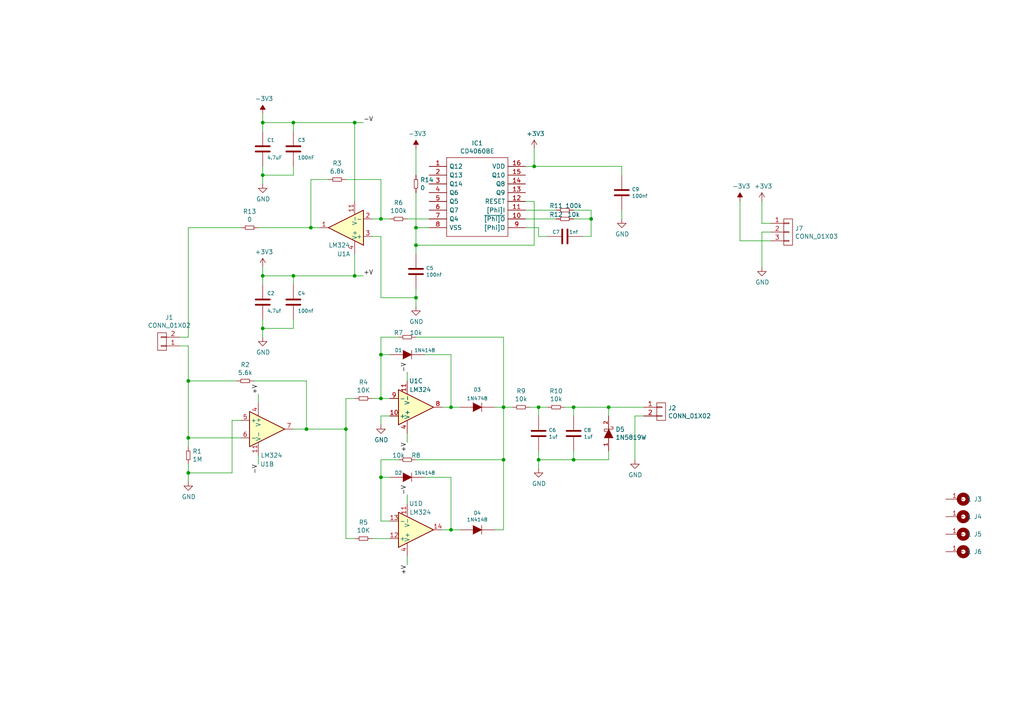
<source format=kicad_sch>
(kicad_sch (version 20211123) (generator eeschema)
  (paper "A4")
  (lib_symbols
    (symbol "EESTN5:C" (pin_numbers hide) (pin_names (offset 0.254))
      (property "Reference" "C" (at 0 2.54 0))
      (property "Value" "C" (at 0.1524 -2.159 0))
      (symbol "C_0_1"
        (polyline (pts (xy -2.032 -0.762) (xy 2.032 -0.762)) (stroke (width 0.508)))
        (polyline (pts (xy -2.032 0.762) (xy 2.032 0.762)) (stroke (width 0.508)))
      )
      (symbol "C_1_1"
        (pin passive line (at 0 5.08 270) (length 4.318) (name "~") (number "1"))
        (pin passive line (at 0 -5.08 90) (length 4.318) (name "~") (number "2"))
      )
    )
    (symbol "EESTN5:CONN_01X03" (pin_names (offset 1.016) hide)
      (property "Reference" "J" (at 0 5.08 0))
      (property "Value" "CONN_01X03" (at 2.54 0 90))
      (symbol "CONN_01X03_0_1"
        (rectangle (start -1.27 -2.413) (end 0.254 -2.667))
        (rectangle (start -1.27 0.127) (end 0.254 -0.127))
        (rectangle (start -1.27 2.667) (end 0.254 2.413))
        (rectangle (start -1.27 3.81) (end 1.27 -3.81))
      )
      (symbol "CONN_01X03_1_1"
        (pin passive line (at -5.08 2.54 0) (length 3.81) (name "P1") (number "1"))
        (pin passive line (at -5.08 0 0) (length 3.81) (name "P2") (number "2"))
        (pin passive line (at -5.08 -2.54 0) (length 3.81) (name "P3") (number "3"))
      )
    )
    (symbol "EESTN5:Cable_PAD" (pin_names (offset 1.016))
      (property "Reference" "J" (at 0 5.08 0))
      (symbol "Cable_PAD_0_1"
        (circle (center 0 0) (radius 1.27) (stroke (width 1.27)))
      )
      (symbol "Cable_PAD_1_1"
        (pin input line (at -5.08 0 0) (length 5.08) (name "1") (number "1"))
      )
    )
    (symbol "EESTN5:DIODE" (pin_numbers hide) (pin_names (offset 1.016) hide)
      (property "Reference" "D" (at 0 2.54 0))
      (property "Value" "DIODE" (at 0 -2.54 0))
      (symbol "DIODE_0_1"
        (polyline (pts (xy 1.27 1.27) (xy 1.27 -1.27)) (stroke (width 0.1524)))
        (polyline (pts (xy -1.27 1.27) (xy 1.27 0) (xy -1.27 -1.27)) (fill (type outline)))
      )
      (symbol "DIODE_1_1"
        (pin passive line (at -5.08 0 0) (length 3.81) (name "A") (number "1"))
        (pin passive line (at 5.08 0 180) (length 3.81) (name "K") (number "2"))
      )
    )
    (symbol "EESTN5:R" (pin_numbers hide) (pin_names (offset 0))
      (property "Reference" "R" (at -1.27 0 90))
      (property "Value" "R" (at 1.27 0 90))
      (symbol "R_0_1"
        (rectangle (start 0.508 1.27) (end -0.508 -1.27))
      )
      (symbol "R_1_1"
        (pin passive line (at 0 2.54 270) (length 1.27) (name "~") (number "1"))
        (pin passive line (at 0 -2.54 90) (length 1.27) (name "~") (number "2"))
      )
    )
    (symbol "MacroLib:CD4060BE" (pin_names (offset 0.762))
      (property "Reference" "IC" (at 24.13 7.62 0))
      (property "Value" "CD4060BE" (at 24.13 5.08 0))
      (symbol "CD4060BE_0_0"
        (pin passive line (at 0 0 0) (length 5.08) (name "Q12") (number "1"))
        (pin passive line (at 27.94 -15.24 180) (length 5.08) (name "~{[Phi]O}") (number "10"))
        (pin passive line (at 27.94 -12.7 180) (length 5.08) (name "[Phi]I") (number "11"))
        (pin passive line (at 27.94 -10.16 180) (length 5.08) (name "RESET") (number "12"))
        (pin passive line (at 27.94 -7.62 180) (length 5.08) (name "Q9") (number "13"))
        (pin passive line (at 27.94 -5.08 180) (length 5.08) (name "Q8") (number "14"))
        (pin passive line (at 27.94 -2.54 180) (length 5.08) (name "Q10") (number "15"))
        (pin passive line (at 27.94 0 180) (length 5.08) (name "VDD") (number "16"))
        (pin passive line (at 0 -2.54 0) (length 5.08) (name "Q13") (number "2"))
        (pin passive line (at 0 -5.08 0) (length 5.08) (name "Q14") (number "3"))
        (pin passive line (at 0 -7.62 0) (length 5.08) (name "Q6") (number "4"))
        (pin passive line (at 0 -10.16 0) (length 5.08) (name "Q5") (number "5"))
        (pin passive line (at 0 -12.7 0) (length 5.08) (name "Q7") (number "6"))
        (pin passive line (at 0 -15.24 0) (length 5.08) (name "Q4") (number "7"))
        (pin passive line (at 0 -17.78 0) (length 5.08) (name "VSS") (number "8"))
        (pin passive line (at 27.94 -17.78 180) (length 5.08) (name "[Phi]O") (number "9"))
      )
      (symbol "CD4060BE_0_1"
        (polyline (pts (xy 5.08 2.54) (xy 22.86 2.54) (xy 22.86 -20.32) (xy 5.08 -20.32) (xy 5.08 2.54)) (stroke (width 0.1524)))
      )
    )
    (symbol "MacroLib:CONN_01X02" (pin_names (offset 1.016) hide)
      (property "Reference" "J" (at -1.27 5.715 0))
      (property "Value" "CONN_01X02" (at -0.635 3.81 0))
      (symbol "CONN_01X02_1_1"
        (rectangle (start -1.27 -1.143) (end 0.254 -1.397))
        (rectangle (start -1.27 1.397) (end 0.254 1.143))
        (rectangle (start -1.27 2.54) (end 1.27 -2.54))
        (pin passive line (at -5.08 1.27 0) (length 3.81) (name "P1") (number "1"))
        (pin passive line (at -5.08 -1.27 0) (length 3.81) (name "P2") (number "2"))
      )
    )
    (symbol "MacroLib:LM324" (pin_names (offset 0.3048))
      (property "Reference" "U" (at 0 7.62 0))
      (property "Value" "LM324" (at 2.54 5.08 0))
      (symbol "LM324_1_1"
        (polyline (pts (xy -5.08 5.08) (xy 5.08 0) (xy -5.08 -5.08) (xy -5.08 5.08)) (stroke (width 0.254)) (fill (type background)))
        (pin output line (at 7.62 0 180) (length 2.54) (name "~") (number "1"))
        (pin passive line (at -2.54 -7.62 90) (length 3.81) (name "V-") (number "11"))
        (pin input line (at -7.62 -2.54 0) (length 2.54) (name "-") (number "2"))
        (pin input line (at -7.62 2.54 0) (length 2.54) (name "+") (number "3"))
        (pin passive line (at -2.54 7.62 270) (length 3.81) (name "V+") (number "4"))
      )
      (symbol "LM324_2_1"
        (polyline (pts (xy -5.08 5.08) (xy 5.08 0) (xy -5.08 -5.08) (xy -5.08 5.08)) (stroke (width 0.254)) (fill (type background)))
        (pin passive line (at -2.54 -7.62 90) (length 3.81) (name "V-") (number "11"))
        (pin passive line (at -2.54 7.62 270) (length 3.81) (name "V+") (number "4"))
        (pin input line (at -7.62 2.54 0) (length 2.54) (name "+") (number "5"))
        (pin input line (at -7.62 -2.54 0) (length 2.54) (name "-") (number "6"))
        (pin output line (at 7.62 0 180) (length 2.54) (name "~") (number "7"))
      )
      (symbol "LM324_3_1"
        (polyline (pts (xy -5.08 5.08) (xy 5.08 0) (xy -5.08 -5.08) (xy -5.08 5.08)) (stroke (width 0.254)) (fill (type background)))
        (pin input line (at -7.62 2.54 0) (length 2.54) (name "+") (number "10"))
        (pin passive line (at -2.54 -7.62 90) (length 3.81) (name "V-") (number "11"))
        (pin passive line (at -2.54 7.62 270) (length 3.81) (name "V+") (number "4"))
        (pin output line (at 7.62 0 180) (length 2.54) (name "~") (number "8"))
        (pin input line (at -7.62 -2.54 0) (length 2.54) (name "-") (number "9"))
      )
      (symbol "LM324_4_1"
        (polyline (pts (xy -5.08 5.08) (xy 5.08 0) (xy -5.08 -5.08) (xy -5.08 5.08)) (stroke (width 0.254)) (fill (type background)))
        (pin passive line (at -2.54 -7.62 90) (length 3.81) (name "V-") (number "11"))
        (pin input line (at -7.62 2.54 0) (length 2.54) (name "+") (number "12"))
        (pin input line (at -7.62 -2.54 0) (length 2.54) (name "-") (number "13"))
        (pin output line (at 7.62 0 180) (length 2.54) (name "~") (number "14"))
        (pin passive line (at -2.54 7.62 270) (length 3.81) (name "V+") (number "4"))
      )
    )
    (symbol "MacroLib:Schottky" (pin_names (offset 1.016) hide)
      (property "Reference" "D" (at 0 3.81 0))
      (property "Value" "Schottky" (at 0 2.54 0))
      (symbol "Schottky_0_1"
        (polyline (pts (xy -1.27 1.27) (xy -1.27 -1.27)))
        (polyline (pts (xy 0.635 0.635) (xy 0.635 1.27)))
        (polyline (pts (xy 1.27 1.27) (xy 0.635 1.27)))
        (polyline (pts (xy 1.27 -1.27) (xy 1.905 -1.27) (xy 1.905 -0.635)))
      )
      (symbol "Schottky_1_1"
        (polyline (pts (xy 1.27 1.27) (xy 1.27 -1.27)) (stroke (width 0.1524)))
        (polyline (pts (xy -1.27 1.27) (xy 1.27 0) (xy -1.27 -1.27)) (fill (type outline)))
        (pin passive line (at -5.08 0 0) (length 3.81) (name "A") (number "1"))
        (pin passive line (at 5.08 0 180) (length 3.81) (name "K") (number "2"))
      )
    )
    (symbol "power:+3.3V" (power) (pin_names (offset 0))
      (property "Value" "power_+3.3V" (at 0 3.556 0))
      (symbol "+3.3V_0_1"
        (polyline (pts (xy -0.762 1.27) (xy 0 2.54)))
        (polyline (pts (xy 0 0) (xy 0 2.54)))
        (polyline (pts (xy 0 2.54) (xy 0.762 1.27)))
      )
      (symbol "+3.3V_1_1"
        (pin power_in line (at 0 0 90) (length 0) hide (name "+3V3") (number "1"))
      )
    )
    (symbol "power:-3V3" (power) (pin_names (offset 0))
      (property "Value" "power_-3V3" (at 0 3.81 0))
      (symbol "-3V3_0_0"
        (pin power_in line (at 0 0 90) (length 0) hide (name "-3V3") (number "1"))
      )
      (symbol "-3V3_0_1"
        (polyline (pts (xy 0 0) (xy 0 1.27) (xy 0.762 1.27) (xy 0 2.54) (xy -0.762 1.27) (xy 0 1.27)) (fill (type outline)))
      )
    )
    (symbol "power:GND" (power) (pin_names (offset 0))
      (property "Value" "power_GND" (at 0 -3.81 0))
      (symbol "GND_0_1"
        (polyline (pts (xy 0 0) (xy 0 -1.27) (xy 1.27 -1.27) (xy 0 -2.54) (xy -1.27 -1.27) (xy 0 -1.27)))
      )
      (symbol "GND_1_1"
        (pin power_in line (at 0 0 270) (length 0) hide (name "GND") (number "1"))
      )
    )
  )
  (junction (at 90.17 66.04))
  (junction (at 130.81 118.11))
  (junction (at 110.49 63.5))
  (junction (at 110.49 138.43))
  (junction (at 102.87 80.01))
  (junction (at 156.21 118.11))
  (junction (at 120.65 86.36))
  (junction (at 88.9 124.46))
  (junction (at 166.37 133.35))
  (junction (at 54.61 110.49))
  (junction (at 76.2 50.8))
  (junction (at 154.94 48.26))
  (junction (at 100.33 124.46))
  (junction (at 130.81 153.67))
  (junction (at 54.61 127))
  (junction (at 120.65 66.04))
  (junction (at 176.53 118.11))
  (junction (at 76.2 80.01))
  (junction (at 85.09 35.56))
  (junction (at 146.05 133.35))
  (junction (at 110.49 102.87))
  (junction (at 166.37 118.11))
  (junction (at 171.45 63.5))
  (junction (at 76.2 35.56))
  (junction (at 156.21 133.35))
  (junction (at 76.2 95.25))
  (junction (at 54.61 137.16))
  (junction (at 110.49 115.57))
  (junction (at 120.65 71.12))
  (junction (at 146.05 118.11))
  (junction (at 85.09 80.01))
  (junction (at 102.87 35.56))
  (wire (pts (xy 130.81 102.87) (xy 130.81 118.11)))
  (wire (pts (xy 54.61 97.79) (xy 54.61 66.04)))
  (wire (pts (xy 90.17 52.07) (xy 90.17 66.04)))
  (wire (pts (xy 123.19 138.43) (xy 130.81 138.43)))
  (wire (pts (xy 100.33 156.21) (xy 102.87 156.21)))
  (wire (pts (xy 166.37 118.11) (xy 176.53 118.11)))
  (wire (pts (xy 154.94 48.26) (xy 152.4 48.26)))
  (wire (pts (xy 54.61 127) (xy 69.85 127)))
  (wire (pts (xy 152.4 66.04) (xy 156.21 66.04)))
  (wire (pts (xy 156.21 135.89) (xy 156.21 133.35)))
  (wire (pts (xy 180.34 63.5) (xy 180.34 60.96)))
  (wire (pts (xy 113.03 102.87) (xy 110.49 102.87)))
  (wire (pts (xy 156.21 130.81) (xy 156.21 133.35)))
  (wire (pts (xy 85.09 35.56) (xy 102.87 35.56)))
  (wire (pts (xy 171.45 63.5) (xy 166.37 63.5)))
  (wire (pts (xy 90.17 66.04) (xy 92.71 66.04)))
  (wire (pts (xy 110.49 86.36) (xy 120.65 86.36)))
  (wire (pts (xy 161.29 63.5) (xy 152.4 63.5)))
  (wire (pts (xy 120.65 133.35) (xy 146.05 133.35)))
  (wire (pts (xy 220.98 64.77) (xy 223.52 64.77)))
  (wire (pts (xy 85.09 48.26) (xy 85.09 50.8)))
  (wire (pts (xy 154.94 71.12) (xy 154.94 58.42)))
  (wire (pts (xy 120.65 97.79) (xy 146.05 97.79)))
  (wire (pts (xy 146.05 118.11) (xy 143.51 118.11)))
  (wire (pts (xy 88.9 124.46) (xy 100.33 124.46)))
  (wire (pts (xy 85.09 50.8) (xy 76.2 50.8)))
  (wire (pts (xy 220.98 77.47) (xy 220.98 67.31)))
  (wire (pts (xy 118.11 128.27) (xy 118.11 125.73)))
  (wire (pts (xy 110.49 97.79) (xy 115.57 97.79)))
  (wire (pts (xy 220.98 58.42) (xy 220.98 64.77)))
  (wire (pts (xy 74.93 66.04) (xy 90.17 66.04)))
  (wire (pts (xy 110.49 133.35) (xy 115.57 133.35)))
  (wire (pts (xy 110.49 151.13) (xy 110.49 138.43)))
  (wire (pts (xy 156.21 66.04) (xy 156.21 68.58)))
  (wire (pts (xy 171.45 60.96) (xy 171.45 63.5)))
  (wire (pts (xy 110.49 52.07) (xy 110.49 63.5)))
  (wire (pts (xy 156.21 120.65) (xy 156.21 118.11)))
  (wire (pts (xy 54.61 137.16) (xy 54.61 134.62)))
  (wire (pts (xy 156.21 133.35) (xy 166.37 133.35)))
  (wire (pts (xy 54.61 110.49) (xy 54.61 127)))
  (wire (pts (xy 130.81 138.43) (xy 130.81 153.67)))
  (wire (pts (xy 154.94 43.18) (xy 154.94 48.26)))
  (wire (pts (xy 120.65 86.36) (xy 120.65 88.9)))
  (wire (pts (xy 68.58 110.49) (xy 54.61 110.49)))
  (wire (pts (xy 156.21 118.11) (xy 153.67 118.11)))
  (wire (pts (xy 54.61 129.54) (xy 54.61 127)))
  (wire (pts (xy 176.53 118.11) (xy 176.53 120.65)))
  (wire (pts (xy 154.94 58.42) (xy 152.4 58.42)))
  (wire (pts (xy 76.2 50.8) (xy 76.2 48.26)))
  (wire (pts (xy 102.87 80.01) (xy 102.87 73.66)))
  (wire (pts (xy 120.65 55.88) (xy 120.65 66.04)))
  (wire (pts (xy 156.21 118.11) (xy 158.75 118.11)))
  (wire (pts (xy 76.2 77.47) (xy 76.2 80.01)))
  (wire (pts (xy 100.33 52.07) (xy 110.49 52.07)))
  (wire (pts (xy 110.49 63.5) (xy 113.03 63.5)))
  (wire (pts (xy 76.2 97.79) (xy 76.2 95.25)))
  (wire (pts (xy 168.91 68.58) (xy 171.45 68.58)))
  (wire (pts (xy 113.03 151.13) (xy 110.49 151.13)))
  (wire (pts (xy 107.95 63.5) (xy 110.49 63.5)))
  (wire (pts (xy 107.95 68.58) (xy 110.49 68.58)))
  (wire (pts (xy 85.09 80.01) (xy 85.09 82.55)))
  (wire (pts (xy 214.63 69.85) (xy 223.52 69.85)))
  (wire (pts (xy 120.65 83.82) (xy 120.65 86.36)))
  (wire (pts (xy 76.2 38.1) (xy 76.2 35.56)))
  (wire (pts (xy 76.2 80.01) (xy 85.09 80.01)))
  (wire (pts (xy 76.2 35.56) (xy 85.09 35.56)))
  (wire (pts (xy 118.11 163.83) (xy 118.11 161.29)))
  (wire (pts (xy 74.93 114.3) (xy 74.93 116.84)))
  (wire (pts (xy 118.11 143.51) (xy 118.11 146.05)))
  (wire (pts (xy 186.69 120.65) (xy 184.15 120.65)))
  (wire (pts (xy 100.33 124.46) (xy 100.33 115.57)))
  (wire (pts (xy 133.35 153.67) (xy 130.81 153.67)))
  (wire (pts (xy 105.41 80.01) (xy 102.87 80.01)))
  (wire (pts (xy 152.4 60.96) (xy 161.29 60.96)))
  (wire (pts (xy 146.05 118.11) (xy 146.05 133.35)))
  (wire (pts (xy 120.65 73.66) (xy 120.65 71.12)))
  (wire (pts (xy 74.93 134.62) (xy 74.93 132.08)))
  (wire (pts (xy 69.85 66.04) (xy 54.61 66.04)))
  (wire (pts (xy 180.34 48.26) (xy 180.34 50.8)))
  (wire (pts (xy 110.49 120.65) (xy 113.03 120.65)))
  (wire (pts (xy 107.95 115.57) (xy 110.49 115.57)))
  (wire (pts (xy 52.07 97.79) (xy 54.61 97.79)))
  (wire (pts (xy 67.31 137.16) (xy 67.31 121.92)))
  (wire (pts (xy 166.37 118.11) (xy 166.37 120.65)))
  (wire (pts (xy 110.49 68.58) (xy 110.49 86.36)))
  (wire (pts (xy 146.05 153.67) (xy 143.51 153.67)))
  (wire (pts (xy 67.31 121.92) (xy 69.85 121.92)))
  (wire (pts (xy 88.9 110.49) (xy 88.9 124.46)))
  (wire (pts (xy 176.53 118.11) (xy 186.69 118.11)))
  (wire (pts (xy 184.15 120.65) (xy 184.15 133.35)))
  (wire (pts (xy 110.49 138.43) (xy 110.49 133.35)))
  (wire (pts (xy 76.2 53.34) (xy 76.2 50.8)))
  (wire (pts (xy 120.65 50.8) (xy 120.65 43.18)))
  (wire (pts (xy 110.49 115.57) (xy 113.03 115.57)))
  (wire (pts (xy 133.35 118.11) (xy 130.81 118.11)))
  (wire (pts (xy 105.41 35.56) (xy 102.87 35.56)))
  (wire (pts (xy 148.59 118.11) (xy 146.05 118.11)))
  (wire (pts (xy 73.66 110.49) (xy 88.9 110.49)))
  (wire (pts (xy 88.9 124.46) (xy 85.09 124.46)))
  (wire (pts (xy 100.33 115.57) (xy 102.87 115.57)))
  (wire (pts (xy 166.37 130.81) (xy 166.37 133.35)))
  (wire (pts (xy 110.49 123.19) (xy 110.49 120.65)))
  (wire (pts (xy 156.21 68.58) (xy 158.75 68.58)))
  (wire (pts (xy 54.61 139.7) (xy 54.61 137.16)))
  (wire (pts (xy 102.87 35.56) (xy 102.87 58.42)))
  (wire (pts (xy 76.2 33.02) (xy 76.2 35.56)))
  (wire (pts (xy 166.37 133.35) (xy 176.53 133.35)))
  (wire (pts (xy 118.11 63.5) (xy 124.46 63.5)))
  (wire (pts (xy 146.05 133.35) (xy 146.05 153.67)))
  (wire (pts (xy 85.09 95.25) (xy 76.2 95.25)))
  (wire (pts (xy 85.09 80.01) (xy 102.87 80.01)))
  (wire (pts (xy 54.61 137.16) (xy 67.31 137.16)))
  (wire (pts (xy 146.05 97.79) (xy 146.05 118.11)))
  (wire (pts (xy 110.49 115.57) (xy 110.49 102.87)))
  (wire (pts (xy 76.2 82.55) (xy 76.2 80.01)))
  (wire (pts (xy 166.37 60.96) (xy 171.45 60.96)))
  (wire (pts (xy 130.81 118.11) (xy 128.27 118.11)))
  (wire (pts (xy 120.65 71.12) (xy 120.65 66.04)))
  (wire (pts (xy 120.65 71.12) (xy 154.94 71.12)))
  (wire (pts (xy 163.83 118.11) (xy 166.37 118.11)))
  (wire (pts (xy 214.63 58.42) (xy 214.63 69.85)))
  (wire (pts (xy 54.61 100.33) (xy 54.61 110.49)))
  (wire (pts (xy 95.25 52.07) (xy 90.17 52.07)))
  (wire (pts (xy 110.49 102.87) (xy 110.49 97.79)))
  (wire (pts (xy 76.2 95.25) (xy 76.2 92.71)))
  (wire (pts (xy 100.33 124.46) (xy 100.33 156.21)))
  (wire (pts (xy 107.95 156.21) (xy 113.03 156.21)))
  (wire (pts (xy 123.19 102.87) (xy 130.81 102.87)))
  (wire (pts (xy 118.11 107.95) (xy 118.11 110.49)))
  (wire (pts (xy 220.98 67.31) (xy 223.52 67.31)))
  (wire (pts (xy 176.53 133.35) (xy 176.53 130.81)))
  (wire (pts (xy 85.09 35.56) (xy 85.09 38.1)))
  (wire (pts (xy 85.09 92.71) (xy 85.09 95.25)))
  (wire (pts (xy 120.65 66.04) (xy 124.46 66.04)))
  (wire (pts (xy 128.27 153.67) (xy 130.81 153.67)))
  (wire (pts (xy 113.03 138.43) (xy 110.49 138.43)))
  (wire (pts (xy 171.45 68.58) (xy 171.45 63.5)))
  (wire (pts (xy 52.07 100.33) (xy 54.61 100.33)))
  (wire (pts (xy 154.94 48.26) (xy 180.34 48.26)))
  (label "-V" (at 118.11 143.51 90))
  (label "+V" (at 118.11 128.27 270))
  (label "-V" (at 105.41 35.56 0))
  (label "+V" (at 118.11 163.83 270))
  (label "+V" (at 74.93 114.3 90))
  (label "+V" (at 105.41 80.01 0))
  (label "-V" (at 118.11 107.95 90))
  (label "-V" (at 74.93 134.62 270))
  (symbol (lib_id "power:+3.3V") (at 154.94 43.18 0) (unit 1)
    (property "Reference" "#PWR09" (effects hide))
    (property "Value" "+3.3V" (at 155.321 38.7858 0))
  )
  (symbol (lib_id "power:-3V3") (at 120.65 43.18 0) (unit 1)
    (property "Reference" "#PWR07" (effects hide))
    (property "Value" "-3V3" (at 121.031 38.7858 0))
  )
  (symbol (lib_id "EESTN5:C") (at 120.65 78.74 0) (unit 1)
    (property "Reference" "C5" (at 123.571 77.7748 0) (effects (font (size 1.016 1.016)) (justify left)))
    (property "Value" "100nf" (at 123.571 79.7052 0) (effects (font (size 1.016 1.016)) (justify left)))
    (property "Footprint" "EESTN5:C_0805" (effects hide))
  )
  (symbol (lib_id "power:GND") (at 120.65 88.9 0) (unit 1)
    (property "Reference" "#PWR08" (effects hide))
    (property "Value" "GND" (at 120.777 93.2942 0))
  )
  (symbol (lib_id "EESTN5:R") (at 163.83 60.96 90) (unit 1)
    (property "Reference" "R11" (at 161.29 59.69 90))
    (property "Value" "100k" (at 166.37 59.69 90))
    (property "Footprint" "EESTN5:R_0805" (effects hide))
  )
  (symbol (lib_id "EESTN5:R") (at 163.83 63.5 270) (unit 1)
    (property "Reference" "R12" (at 161.29 62.23 90))
    (property "Value" "10k" (at 166.37 62.23 90))
    (property "Footprint" "EESTN5:R_0805" (effects hide))
  )
  (symbol (lib_id "EESTN5:C") (at 163.83 68.58 270) (unit 1)
    (property "Reference" "C7" (at 161.29 67.31 90) (effects (font (size 1.016 1.016))))
    (property "Value" "1nf" (at 166.37 67.31 90) (effects (font (size 1.016 1.016))))
    (property "Footprint" "EESTN5:C_0805" (effects hide))
  )
  (symbol (lib_id "EESTN5:C") (at 180.34 55.88 0) (unit 1)
    (property "Reference" "C9" (at 183.261 54.9148 0) (effects (font (size 1.016 1.016)) (justify left)))
    (property "Value" "100nf" (at 183.261 56.8452 0) (effects (font (size 1.016 1.016)) (justify left)))
    (property "Footprint" "EESTN5:C_0805" (effects hide))
  )
  (symbol (lib_id "EESTN5:C") (at 76.2 43.18 0) (unit 1)
    (property "Reference" "C1" (at 77.47 40.64 0) (effects (font (size 1.016 1.016)) (justify left)))
    (property "Value" "4.7uF" (at 77.47 45.72 0) (effects (font (size 1.016 1.016)) (justify left)))
    (property "Footprint" "EESTN5:C_0805" (effects hide))
  )
  (symbol (lib_id "EESTN5:C") (at 85.09 43.18 0) (unit 1)
    (property "Reference" "C3" (at 86.36 40.64 0) (effects (font (size 1.016 1.016)) (justify left)))
    (property "Value" "100nF" (at 86.36 45.72 0) (effects (font (size 1.016 1.016)) (justify left)))
    (property "Footprint" "EESTN5:C_0805" (effects hide))
  )
  (symbol (lib_id "power:-3V3") (at 76.2 33.02 0) (unit 1)
    (property "Reference" "#PWR02" (effects hide))
    (property "Value" "-3V3" (at 76.581 28.6258 0))
  )
  (symbol (lib_id "power:GND") (at 76.2 53.34 0) (unit 1)
    (property "Reference" "#PWR03" (effects hide))
    (property "Value" "GND" (at 76.327 57.7342 0))
  )
  (symbol (lib_id "EESTN5:C") (at 76.2 87.63 0) (unit 1)
    (property "Reference" "C2" (at 77.47 85.09 0) (effects (font (size 1.016 1.016)) (justify left)))
    (property "Value" "4.7uf" (at 77.47 90.17 0) (effects (font (size 1.016 1.016)) (justify left)))
    (property "Footprint" "EESTN5:C_0805" (effects hide))
  )
  (symbol (lib_id "EESTN5:C") (at 85.09 87.63 0) (unit 1)
    (property "Reference" "C4" (at 86.36 85.09 0) (effects (font (size 1.016 1.016)) (justify left)))
    (property "Value" "100nf" (at 86.36 90.17 0) (effects (font (size 1.016 1.016)) (justify left)))
    (property "Footprint" "EESTN5:C_0805" (effects hide))
  )
  (symbol (lib_id "power:GND") (at 76.2 97.79 0) (unit 1)
    (property "Reference" "#PWR05" (effects hide))
    (property "Value" "GND" (at 76.327 102.1842 0))
  )
  (symbol (lib_id "power:+3.3V") (at 76.2 77.47 0) (unit 1)
    (property "Reference" "#PWR04" (effects hide))
    (property "Value" "+3.3V" (at 76.581 73.0758 0))
  )
  (symbol (lib_id "EESTN5:R") (at 97.79 52.07 270) (unit 1)
    (property "Reference" "R3" (at 97.79 47.371 90))
    (property "Value" "6.8k" (at 97.79 49.6824 90))
    (property "Footprint" "EESTN5:R_0805" (effects hide))
  )
  (symbol (lib_id "EESTN5:R") (at 115.57 63.5 270) (unit 1)
    (property "Reference" "R6" (at 115.57 58.801 90))
    (property "Value" "100k" (at 115.57 61.1124 90))
    (property "Footprint" "EESTN5:R_0805" (effects hide))
  )
  (symbol (lib_id "EESTN5:R") (at 54.61 132.08 0) (unit 1)
    (property "Reference" "R1" (at 55.8292 130.9116 0) (effects (justify left)))
    (property "Value" "1M" (at 55.8292 133.223 0) (effects (justify left)))
    (property "Footprint" "EESTN5:R_0805" (effects hide))
  )
  (symbol (lib_id "power:GND") (at 54.61 139.7 0) (unit 1)
    (property "Reference" "#PWR01" (effects hide))
    (property "Value" "GND" (at 54.737 144.0942 0))
  )
  (symbol (lib_id "EESTN5:R") (at 71.12 110.49 90) (unit 1)
    (property "Reference" "R2" (at 71.12 105.791 90))
    (property "Value" "5.6k" (at 71.12 108.1024 90))
    (property "Footprint" "EESTN5:R_0805" (effects hide))
  )
  (symbol (lib_id "EESTN5:R") (at 105.41 115.57 90) (unit 1)
    (property "Reference" "R4" (at 105.41 110.871 90))
    (property "Value" "10K" (at 105.41 113.1824 90))
    (property "Footprint" "EESTN5:R_0805" (effects hide))
  )
  (symbol (lib_id "EESTN5:DIODE") (at 118.11 102.87 0) (unit 1)
    (property "Reference" "D1" (at 115.57 101.6 0) (effects (font (size 1.016 1.016))))
    (property "Value" "1N4148" (at 123.19 101.6 0) (effects (font (size 1.016 1.016))))
    (property "Footprint" "EESTN5:SOD80C" (effects hide))
  )
  (symbol (lib_id "EESTN5:R") (at 118.11 97.79 270) (unit 1)
    (property "Reference" "R7" (at 115.57 96.52 90))
    (property "Value" "10k" (at 120.65 96.52 90))
    (property "Footprint" "EESTN5:R_0805" (effects hide))
  )
  (symbol (lib_id "EESTN5:DIODE") (at 138.43 118.11 0) (unit 1)
    (property "Reference" "D3" (at 138.43 113.03 0) (effects (font (size 1.016 1.016))))
    (property "Value" "1N4748" (at 138.43 115.57 0) (effects (font (size 1.016 1.016))))
    (property "Footprint" "EESTN5:SOD80C" (effects hide))
  )
  (symbol (lib_id "power:GND") (at 110.49 123.19 0) (unit 1)
    (property "Reference" "#PWR06" (effects hide))
    (property "Value" "GND" (at 110.617 127.5842 0))
  )
  (symbol (lib_id "EESTN5:DIODE") (at 118.11 138.43 0) (unit 1)
    (property "Reference" "D2" (at 115.57 137.16 0) (effects (font (size 1.016 1.016))))
    (property "Value" "1N4148" (at 123.19 137.16 0) (effects (font (size 1.016 1.016))))
    (property "Footprint" "EESTN5:SOD80C" (effects hide))
  )
  (symbol (lib_id "EESTN5:R") (at 118.11 133.35 270) (unit 1)
    (property "Reference" "R8" (at 120.65 132.08 90))
    (property "Value" "10k" (at 115.57 132.08 90))
    (property "Footprint" "EESTN5:R_0805" (effects hide))
  )
  (symbol (lib_id "EESTN5:DIODE") (at 138.43 153.67 0) (unit 1)
    (property "Reference" "D4" (at 138.43 148.7932 0) (effects (font (size 1.016 1.016))))
    (property "Value" "1N4148" (at 138.43 150.7236 0) (effects (font (size 1.016 1.016))))
    (property "Footprint" "EESTN5:SOD80C" (effects hide))
  )
  (symbol (lib_id "EESTN5:R") (at 105.41 156.21 270) (unit 1)
    (property "Reference" "R5" (at 105.41 151.511 90))
    (property "Value" "10K" (at 105.41 153.8224 90))
    (property "Footprint" "EESTN5:RES0.3" (effects hide))
  )
  (symbol (lib_id "EESTN5:R") (at 151.13 118.11 90) (unit 1)
    (property "Reference" "R9" (at 151.13 113.411 90))
    (property "Value" "10k" (at 151.13 115.7224 90))
    (property "Footprint" "EESTN5:R_0805" (effects hide))
  )
  (symbol (lib_id "EESTN5:C") (at 156.21 125.73 0) (unit 1)
    (property "Reference" "C6" (at 159.131 124.7648 0) (effects (font (size 1.016 1.016)) (justify left)))
    (property "Value" "1uf" (at 159.131 126.6952 0) (effects (font (size 1.016 1.016)) (justify left)))
    (property "Footprint" "EESTN5:C_0805" (effects hide))
  )
  (symbol (lib_id "EESTN5:R") (at 161.29 118.11 270) (unit 1)
    (property "Reference" "R10" (at 161.29 113.411 90))
    (property "Value" "10k" (at 161.29 115.7224 90))
    (property "Footprint" "EESTN5:R_0805" (effects hide))
  )
  (symbol (lib_id "EESTN5:C") (at 166.37 125.73 0) (unit 1)
    (property "Reference" "C8" (at 169.291 124.7648 0) (effects (font (size 1.016 1.016)) (justify left)))
    (property "Value" "1uf" (at 169.291 126.6952 0) (effects (font (size 1.016 1.016)) (justify left)))
    (property "Footprint" "EESTN5:C_0805" (effects hide))
  )
  (symbol (lib_id "MacroLib:Schottky") (at 176.53 125.73 90) (unit 1)
    (property "Reference" "D5" (at 178.5112 124.5616 90) (effects (justify right)))
    (property "Value" "1N5819W" (at 178.5112 126.873 90) (effects (justify right)))
    (property "Footprint" "EESTN5:DO-41" (effects hide))
  )
  (symbol (lib_id "power:GND") (at 156.21 135.89 0) (unit 1)
    (property "Reference" "#PWR010" (effects hide))
    (property "Value" "GND" (at 156.337 140.2842 0))
  )
  (symbol (lib_id "power:GND") (at 180.34 63.5 0) (unit 1)
    (property "Reference" "#PWR011" (effects hide))
    (property "Value" "GND" (at 180.467 67.8942 0))
  )
  (symbol (lib_id "MacroLib:CONN_01X02") (at 46.99 99.06 180) (unit 1)
    (property "Reference" "J1" (at 49.0982 92.075 0))
    (property "Value" "CONN_01X02" (at 49.0982 94.3864 0))
    (property "Footprint" "EESTN5:Pin_Strip_2_90" (effects hide))
  )
  (symbol (lib_id "MacroLib:LM324") (at 77.47 124.46 0) (unit 2)
    (property "Reference" "U1" (at 77.47 134.62 0))
    (property "Value" "LM324" (at 78.74 132.08 0))
    (property "Footprint" "MacroLib:SOP14" (effects hide))
  )
  (symbol (lib_id "power:GND") (at 184.15 133.35 0) (unit 1)
    (property "Reference" "#PWR012" (effects hide))
    (property "Value" "GND" (at 184.277 137.7442 0))
  )
  (symbol (lib_id "MacroLib:LM324") (at 100.33 66.04 180) (unit 1)
    (property "Reference" "U1" (at 101.6 73.66 0) (effects (justify left)))
    (property "Value" "LM324" (at 101.6 71.12 0) (effects (justify left)))
    (property "Footprint" "MacroLib:SOP14" (effects hide))
  )
  (symbol (lib_id "MacroLib:LM324") (at 120.65 118.11 0) (mirror x) (unit 3)
    (property "Reference" "U1" (at 120.65 110.49 0))
    (property "Value" "LM324" (at 121.92 113.03 0))
    (property "Footprint" "MacroLib:SOP14" (effects hide))
  )
  (symbol (lib_id "MacroLib:LM324") (at 120.65 153.67 0) (mirror x) (unit 4)
    (property "Reference" "U1" (at 120.65 146.05 0))
    (property "Value" "LM324" (at 121.92 148.59 0))
    (property "Footprint" "MacroLib:SOP14" (effects hide))
  )
  (symbol (lib_id "power:+3.3V") (at 220.98 58.42 0) (unit 1)
    (property "Reference" "#PWR014" (effects hide))
    (property "Value" "+3.3V" (at 221.361 54.0258 0))
  )
  (symbol (lib_id "power:-3V3") (at 214.63 58.42 0) (unit 1)
    (property "Reference" "#PWR013" (effects hide))
    (property "Value" "-3V3" (at 215.011 54.0258 0))
  )
  (symbol (lib_id "MacroLib:CD4060BE") (at 124.46 48.26 0) (unit 1)
    (property "Reference" "IC1" (at 138.43 41.529 0))
    (property "Value" "CD4060BE" (at 138.43 43.8404 0))
    (property "Footprint" "MacroLib:SOP16" (effects hide))
    (property "Datasheet" "http://www.ti.com/lit/gpn/cd4060b" (effects hide))
    (property "Description" "CMOS 14-Stage Ripple-Carry Binary Counter/Divider and Oscillator" (effects hide))
    (property "Height" "5.08" (effects hide))
    (property "Manufacturer_Name" "Texas Instruments" (effects hide))
    (property "Manufacturer_Part_Number" "CD4060BE" (effects hide))
    (property "Mouser Part Number" "595-CD4060BE" (effects hide))
    (property "Mouser Price/Stock" "https://www.mouser.co.uk/ProductDetail/Texas-Instruments/CD4060BE?qs=5BZzbFV4k2vIRvFJ20ZWwg%3D%3D" (effects hide))
    (property "Arrow Part Number" "CD4060BE" (effects hide))
    (property "Arrow Price/Stock" "https://www.arrow.com/en/products/cd4060be/texas-instruments?region=nac" (effects hide))
  )
  (symbol (lib_id "MacroLib:CONN_01X02") (at 191.77 119.38 0) (unit 1)
    (property "Reference" "J2" (at 193.7512 118.3386 0) (effects (justify left)))
    (property "Value" "CONN_01X02" (at 193.7512 120.65 0) (effects (justify left)))
    (property "Footprint" "EESTN5:Pin_Header_2" (effects hide))
  )
  (symbol (lib_id "EESTN5:CONN_01X03") (at 228.6 67.31 0) (unit 1)
    (property "Reference" "J7" (at 230.5812 66.2686 0) (effects (justify left)))
    (property "Value" "CONN_01X03" (at 230.5812 68.58 0) (effects (justify left)))
    (property "Footprint" "EESTN5:Pin_Strip_3" (effects hide))
  )
  (symbol (lib_id "EESTN5:R") (at 72.39 66.04 270) (unit 1)
    (property "Reference" "R13" (at 72.39 61.341 90))
    (property "Value" "0" (at 72.39 63.6524 90))
    (property "Footprint" "EESTN5:RES0.3" (effects hide))
  )
  (symbol (lib_id "power:GND") (at 220.98 77.47 0) (unit 1)
    (property "Reference" "#PWR0101" (effects hide))
    (property "Value" "GND" (at 221.107 81.8642 0))
  )
  (symbol (lib_id "EESTN5:R") (at 120.65 53.34 180) (unit 1)
    (property "Reference" "R14" (at 121.8692 52.1716 0) (effects (justify right)))
    (property "Value" "0" (at 121.8692 54.483 0) (effects (justify right)))
    (property "Footprint" "EESTN5:RES0.3" (effects hide))
  )
  (symbol (lib_id "EESTN5:Cable_PAD") (at 279.4 144.78 0) (unit 1)
    (property "Reference" "J3" (at 282.4226 144.78 0) (effects (justify left)))
    (property "Value" "Cable_PAD" (effects hide))
    (property "Footprint" "EESTN5:Tornillo_M3_8mm" (effects hide))
  )
  (symbol (lib_id "EESTN5:Cable_PAD") (at 279.4 149.86 0) (unit 1)
    (property "Reference" "J4" (at 282.4226 149.86 0) (effects (justify left)))
    (property "Value" "Cable_PAD" (effects hide))
    (property "Footprint" "EESTN5:Tornillo_M3_8mm" (effects hide))
  )
  (symbol (lib_id "EESTN5:Cable_PAD") (at 279.4 154.94 0) (unit 1)
    (property "Reference" "J5" (at 282.4226 154.94 0) (effects (justify left)))
    (property "Value" "Cable_PAD" (effects hide))
    (property "Footprint" "EESTN5:Tornillo_M3_8mm" (effects hide))
  )
  (symbol (lib_id "EESTN5:Cable_PAD") (at 279.4 160.02 0) (unit 1)
    (property "Reference" "J6" (at 282.4226 160.02 0) (effects (justify left)))
    (property "Value" "Cable_PAD" (effects hide))
    (property "Footprint" "EESTN5:Tornillo_M3_8mm" (effects hide))
  )
)
</source>
